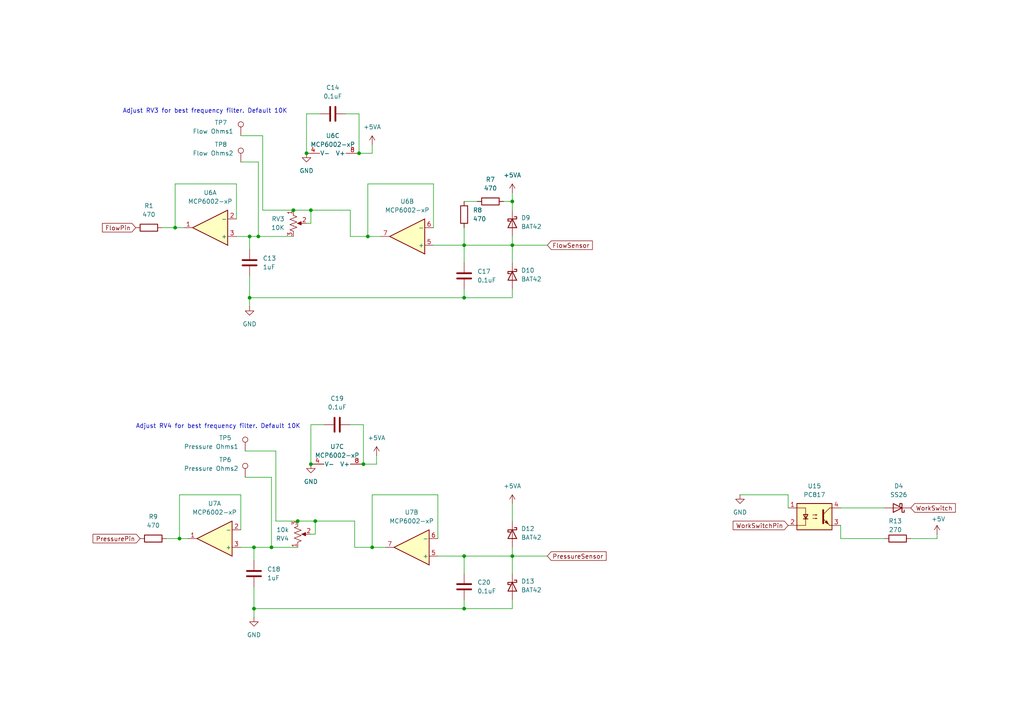
<source format=kicad_sch>
(kicad_sch (version 20231120) (generator "eeschema") (generator_version "8.0")
  (paper "A4")
  (title_block (title "Sensors") (date "2024-10-30"))
  (lib_symbols
    (symbol "Diode:SS26" (pin_numbers hide) (pin_names (offset 1.016) hide)
      (property "Reference" "D" (at 0 2.54 0))
      (property "Value" "SS26" (at 0 -2.54 0))
      (symbol "SS26_0_1"
        (polyline (pts (xy 1.27 0) (xy -1.27 0)))
        (polyline (pts (xy 1.27 1.27) (xy 1.27 -1.27) (xy -1.27 0) (xy 1.27 1.27)) (stroke (width 0.254)))
        (polyline (pts (xy -1.905 0.635) (xy -1.905 1.27) (xy -1.27 1.27) (xy -1.27 -1.27) (xy -0.635 -1.27) (xy -0.635 -0.635)) (stroke (width 0.254)))
      )
      (symbol "SS26_1_1"
        (pin passive line (at -3.81 0 0) (length 2.54) (name "K") (number "1"))
        (pin passive line (at 3.81 0 180) (length 2.54) (name "A") (number "2"))
      )
    )
    (symbol "Isolator:PC817" (pin_names (offset 1.016))
      (property "Reference" "U" (at -5.08 5.08 0))
      (property "Value" "PC817" (at 0 5.08 0))
      (symbol "PC817_0_1"
        (rectangle (start -5.08 3.81) (end 5.08 -3.81) (stroke (width 0.254)) (fill (type background)))
        (polyline (pts (xy -3.175 -0.635) (xy -1.905 -0.635)) (stroke (width 0.254)))
        (polyline (pts (xy 2.54 0.635) (xy 4.445 2.54)))
        (polyline (pts (xy 4.445 -2.54) (xy 2.54 -0.635)) (fill (type outline)))
        (polyline (pts (xy 4.445 -2.54) (xy 5.08 -2.54)))
        (polyline (pts (xy 4.445 2.54) (xy 5.08 2.54)))
        (polyline (pts (xy -5.08 2.54) (xy -2.54 2.54) (xy -2.54 -0.635)))
        (polyline (pts (xy -2.54 -0.635) (xy -2.54 -2.54) (xy -5.08 -2.54)))
        (polyline (pts (xy 2.54 1.905) (xy 2.54 -1.905) (xy 2.54 -1.905)) (stroke (width 0.508)))
        (polyline (pts (xy -2.54 -0.635) (xy -3.175 0.635) (xy -1.905 0.635) (xy -2.54 -0.635)) (stroke (width 0.254)))
        (polyline (pts (xy -0.508 -0.508) (xy 0.762 -0.508) (xy 0.381 -0.635) (xy 0.381 -0.381) (xy 0.762 -0.508)))
        (polyline (pts (xy -0.508 0.508) (xy 0.762 0.508) (xy 0.381 0.381) (xy 0.381 0.635) (xy 0.762 0.508)))
        (polyline (pts (xy 3.048 -1.651) (xy 3.556 -1.143) (xy 4.064 -2.159) (xy 3.048 -1.651) (xy 3.048 -1.651)) (fill (type outline)))
      )
      (symbol "PC817_1_1"
        (pin passive line (at -7.62 2.54 0) (length 2.54) (name "~") (number "1"))
        (pin passive line (at -7.62 -2.54 0) (length 2.54) (name "~") (number "2"))
        (pin passive line (at 7.62 -2.54 180) (length 2.54) (name "~") (number "3"))
        (pin passive line (at 7.62 2.54 180) (length 2.54) (name "~") (number "4"))
      )
    )
    (symbol "RC17Symbols:BAT42" (pin_numbers hide) (pin_names (offset 1.016) hide)
      (property "Reference" "D" (at 0 2.54 0))
      (property "Value" "BAT42" (at 0 -2.54 0))
      (symbol "BAT42_0_1"
        (polyline (pts (xy 1.27 0) (xy -1.27 0)))
        (polyline (pts (xy 1.27 1.27) (xy 1.27 -1.27) (xy -1.27 0) (xy 1.27 1.27)) (stroke (width 0.254)))
        (polyline (pts (xy -1.905 0.635) (xy -1.905 1.27) (xy -1.27 1.27) (xy -1.27 -1.27) (xy -0.635 -1.27) (xy -0.635 -0.635)) (stroke (width 0.254)))
      )
      (symbol "BAT42_1_1"
        (pin passive line (at -3.81 0 0) (length 2.54) (name "K") (number "1"))
        (pin passive line (at 3.81 0 180) (length 2.54) (name "A") (number "2"))
      )
    )
    (symbol "RC17Symbols:C" (pin_numbers hide) (pin_names (offset 0.254))
      (property "Reference" "C" (at 0.635 2.54 0))
      (property "Value" "C" (at 0.635 -2.54 0))
      (symbol "C_0_1"
        (polyline (pts (xy -2.032 -0.762) (xy 2.032 -0.762)) (stroke (width 0.508)))
        (polyline (pts (xy -2.032 0.762) (xy 2.032 0.762)) (stroke (width 0.508)))
      )
      (symbol "C_1_1"
        (pin passive line (at 0 3.81 270) (length 2.794) (name "~") (number "1"))
        (pin passive line (at 0 -3.81 90) (length 2.794) (name "~") (number "2"))
      )
    )
    (symbol "RC17Symbols:MCP6002-xP" (pin_names (offset 0.127))
      (property "Reference" "U" (at 0 5.08 0))
      (property "Value" "MCP6002-xP" (at 0 -5.08 0))
      (symbol "MCP6002-xP_1_1"
        (polyline (pts (xy -5.08 5.08) (xy 5.08 0) (xy -5.08 -5.08) (xy -5.08 5.08)) (stroke (width 0.254)) (fill (type background)))
        (pin output line (at 7.62 0 180) (length 2.54) (name "~") (number "1"))
        (pin input line (at -7.62 -2.54 0) (length 2.54) (name "-") (number "2"))
        (pin input line (at -7.62 2.54 0) (length 2.54) (name "+") (number "3"))
      )
      (symbol "MCP6002-xP_2_1"
        (polyline (pts (xy -5.08 5.08) (xy 5.08 0) (xy -5.08 -5.08) (xy -5.08 5.08)) (stroke (width 0.254)) (fill (type background)))
        (pin input line (at -7.62 2.54 0) (length 2.54) (name "+") (number "5"))
        (pin input line (at -7.62 -2.54 0) (length 2.54) (name "-") (number "6"))
        (pin output line (at 7.62 0 180) (length 2.54) (name "~") (number "7"))
      )
      (symbol "MCP6002-xP_3_1"
        (pin power_in line (at -2.54 -7.62 90) (length 3.81) (name "V-") (number "4"))
        (pin power_in line (at -2.54 7.62 270) (length 3.81) (name "V+") (number "8"))
      )
    )
    (symbol "RC17Symbols:R" (pin_numbers hide) (pin_names (offset 0))
      (property "Reference" "R" (at 2.032 0 90))
      (property "Value" "R" (at 0 0 90))
      (symbol "R_0_1"
        (rectangle (start -1.016 -2.54) (end 1.016 2.54) (stroke (width 0.254)))
      )
      (symbol "R_1_1"
        (pin passive line (at 0 3.81 270) (length 1.27) (name "~") (number "1"))
        (pin passive line (at 0 -3.81 90) (length 1.27) (name "~") (number "2"))
      )
    )
    (symbol "RC17Symbols:R_Potentiometer_US" (pin_names (offset 1.016) hide)
      (property "Reference" "RV" (at -4.445 0 90))
      (property "Value" "R_Potentiometer_US" (at -2.54 0 90))
      (symbol "R_Potentiometer_US_0_1"
        (polyline (pts (xy 0 -2.286) (xy 0 -2.54)))
        (polyline (pts (xy 0 2.54) (xy 0 2.286)))
        (polyline (pts (xy 2.54 0) (xy 1.524 0)))
        (polyline (pts (xy 1.143 0) (xy 2.286 0.508) (xy 2.286 -0.508) (xy 1.143 0)) (fill (type outline)))
        (polyline (pts (xy 0 -0.762) (xy 1.016 -1.143) (xy 0 -1.524) (xy -1.016 -1.905) (xy 0 -2.286)))
        (polyline (pts (xy 0 0.762) (xy 1.016 0.381) (xy 0 0) (xy -1.016 -0.381) (xy 0 -0.762)))
        (polyline (pts (xy 0 2.286) (xy 1.016 1.905) (xy 0 1.524) (xy -1.016 1.143) (xy 0 0.762)))
      )
      (symbol "R_Potentiometer_US_1_1"
        (pin passive line (at 0 3.81 270) (length 1.27) (name "1") (number "1"))
        (pin passive line (at 3.81 0 180) (length 1.27) (name "2") (number "2"))
        (pin passive line (at 0 -3.81 90) (length 1.27) (name "3") (number "3"))
      )
    )
    (symbol "RC17Symbols:TestPoint" (pin_numbers hide) (pin_names (offset 0.762) hide)
      (property "Reference" "TP" (at 0 6.858 0))
      (property "Value" "TestPoint" (at 0 5.08 0))
      (symbol "TestPoint_0_1"
        (circle (center 0 3.302) (radius 0.762))
      )
      (symbol "TestPoint_1_1"
        (pin passive line (at 0 0 90) (length 2.54) (name "1") (number "1"))
      )
    )
    (symbol "power:+5V" (power) (pin_numbers hide) (pin_names (offset 0) hide)
      (property "Value" "+5V" (at 0 3.556 0))
      (symbol "+5V_0_1"
        (polyline (pts (xy -0.762 1.27) (xy 0 2.54)))
        (polyline (pts (xy 0 0) (xy 0 2.54)))
        (polyline (pts (xy 0 2.54) (xy 0.762 1.27)))
      )
      (symbol "+5V_1_1"
        (pin power_in line (at 0 0 90) (length 0) (name "~") (number "1"))
      )
    )
    (symbol "power:+5VA" (power) (pin_numbers hide) (pin_names (offset 0) hide)
      (property "Value" "+5VA" (at 0 3.556 0))
      (symbol "+5VA_0_1"
        (polyline (pts (xy -0.762 1.27) (xy 0 2.54)))
        (polyline (pts (xy 0 0) (xy 0 2.54)))
        (polyline (pts (xy 0 2.54) (xy 0.762 1.27)))
      )
      (symbol "+5VA_1_1"
        (pin power_in line (at 0 0 90) (length 0) (name "~") (number "1"))
      )
    )
    (symbol "power:GND" (power) (pin_numbers hide) (pin_names (offset 0) hide)
      (property "Value" "GND" (at 0 -3.81 0))
      (symbol "GND_0_1"
        (polyline (pts (xy 0 0) (xy 0 -1.27) (xy 1.27 -1.27) (xy 0 -2.54) (xy -1.27 -1.27) (xy 0 -1.27)))
      )
      (symbol "GND_1_1"
        (pin power_in line (at 0 0 270) (length 0) (name "~") (number "1"))
      )
    )
  )
  (junction (at 106.68 68.58))
  (junction (at 148.59 161.29))
  (junction (at 73.66 158.75))
  (junction (at 134.62 161.29))
  (junction (at 107.95 158.75))
  (junction (at 134.62 86.36))
  (junction (at 148.59 58.42))
  (junction (at 72.39 86.36))
  (junction (at 74.93 68.58))
  (junction (at 91.44 151.13))
  (junction (at 134.62 176.53))
  (junction (at 90.17 60.96))
  (junction (at 50.8 66.04))
  (junction (at 105.41 134.62))
  (junction (at 52.07 156.21))
  (junction (at 78.74 158.75))
  (junction (at 85.09 60.96))
  (junction (at 90.17 134.62))
  (junction (at 86.36 151.13))
  (junction (at 134.62 71.12))
  (junction (at 104.14 44.45))
  (junction (at 88.9 44.45))
  (junction (at 72.39 68.58))
  (junction (at 73.66 176.53))
  (junction (at 148.59 71.12))
  (wire (pts (xy 264.16 156.21) (xy 271.78 156.21)))
  (wire (pts (xy 88.9 33.02) (xy 92.71 33.02)))
  (wire (pts (xy 102.87 158.75) (xy 107.95 158.75)))
  (wire (pts (xy 127 161.29) (xy 134.62 161.29)))
  (wire (pts (xy 72.39 86.36) (xy 134.62 86.36)))
  (wire (pts (xy 125.73 53.34) (xy 106.68 53.34)))
  (wire (pts (xy 107.95 143.51) (xy 107.95 158.75)))
  (wire (pts (xy 127 143.51) (xy 107.95 143.51)))
  (wire (pts (xy 73.66 176.53) (xy 73.66 179.07)))
  (wire (pts (xy 90.17 60.96) (xy 85.09 60.96)))
  (wire (pts (xy 73.66 176.53) (xy 134.62 176.53)))
  (wire (pts (xy 271.78 154.94) (xy 271.78 156.21)))
  (wire (pts (xy 134.62 173.99) (xy 134.62 176.53)))
  (wire (pts (xy 243.84 147.32) (xy 256.54 147.32)))
  (wire (pts (xy 148.59 86.36) (xy 134.62 86.36)))
  (wire (pts (xy 76.2 60.96) (xy 85.09 60.96)))
  (wire (pts (xy 88.9 64.77) (xy 90.17 64.77)))
  (wire (pts (xy 91.44 151.13) (xy 86.36 151.13)))
  (wire (pts (xy 109.22 132.08) (xy 109.22 134.62)))
  (wire (pts (xy 102.87 158.75) (xy 102.87 151.13)))
  (wire (pts (xy 148.59 71.12) (xy 158.75 71.12)))
  (wire (pts (xy 125.73 71.12) (xy 134.62 71.12)))
  (wire (pts (xy 105.41 123.19) (xy 101.6 123.19)))
  (wire (pts (xy 134.62 66.04) (xy 134.62 71.12)))
  (wire (pts (xy 148.59 55.88) (xy 148.59 58.42)))
  (wire (pts (xy 90.17 64.77) (xy 90.17 60.96)))
  (wire (pts (xy 76.2 39.37) (xy 76.2 60.96)))
  (wire (pts (xy 125.73 66.04) (xy 125.73 53.34)))
  (wire (pts (xy 101.6 60.96) (xy 90.17 60.96)))
  (wire (pts (xy 71.12 130.81) (xy 80.01 130.81)))
  (wire (pts (xy 52.07 143.51) (xy 52.07 156.21)))
  (wire (pts (xy 134.62 161.29) (xy 148.59 161.29)))
  (wire (pts (xy 74.93 68.58) (xy 85.09 68.58)))
  (wire (pts (xy 72.39 68.58) (xy 72.39 72.39)))
  (wire (pts (xy 90.17 154.94) (xy 91.44 154.94)))
  (wire (pts (xy 69.85 158.75) (xy 73.66 158.75)))
  (wire (pts (xy 148.59 71.12) (xy 148.59 76.2)))
  (wire (pts (xy 134.62 161.29) (xy 134.62 166.37)))
  (wire (pts (xy 71.12 138.43) (xy 78.74 138.43)))
  (wire (pts (xy 91.44 154.94) (xy 91.44 151.13)))
  (wire (pts (xy 46.99 66.04) (xy 50.8 66.04)))
  (wire (pts (xy 68.58 68.58) (xy 72.39 68.58)))
  (wire (pts (xy 127 156.21) (xy 127 143.51)))
  (wire (pts (xy 228.6 143.51) (xy 228.6 147.32)))
  (wire (pts (xy 106.68 53.34) (xy 106.68 68.58)))
  (wire (pts (xy 146.05 58.42) (xy 148.59 58.42)))
  (wire (pts (xy 102.87 151.13) (xy 91.44 151.13)))
  (wire (pts (xy 73.66 170.18) (xy 73.66 176.53)))
  (wire (pts (xy 148.59 161.29) (xy 148.59 166.37)))
  (wire (pts (xy 134.62 58.42) (xy 138.43 58.42)))
  (wire (pts (xy 101.6 68.58) (xy 106.68 68.58)))
  (wire (pts (xy 72.39 80.01) (xy 72.39 86.36)))
  (wire (pts (xy 109.22 134.62) (xy 105.41 134.62)))
  (wire (pts (xy 68.58 53.34) (xy 50.8 53.34)))
  (wire (pts (xy 69.85 39.37) (xy 76.2 39.37)))
  (wire (pts (xy 69.85 143.51) (xy 52.07 143.51)))
  (wire (pts (xy 148.59 83.82) (xy 148.59 86.36)))
  (wire (pts (xy 73.66 158.75) (xy 73.66 162.56)))
  (wire (pts (xy 243.84 156.21) (xy 243.84 152.4)))
  (wire (pts (xy 101.6 68.58) (xy 101.6 60.96)))
  (wire (pts (xy 90.17 123.19) (xy 93.98 123.19)))
  (wire (pts (xy 214.63 143.51) (xy 228.6 143.51)))
  (wire (pts (xy 72.39 68.58) (xy 74.93 68.58)))
  (wire (pts (xy 72.39 86.36) (xy 72.39 88.9)))
  (wire (pts (xy 148.59 68.58) (xy 148.59 71.12)))
  (wire (pts (xy 148.59 176.53) (xy 134.62 176.53)))
  (wire (pts (xy 148.59 158.75) (xy 148.59 161.29)))
  (wire (pts (xy 134.62 71.12) (xy 148.59 71.12)))
  (wire (pts (xy 78.74 158.75) (xy 86.36 158.75)))
  (wire (pts (xy 52.07 156.21) (xy 54.61 156.21)))
  (wire (pts (xy 148.59 173.99) (xy 148.59 176.53)))
  (wire (pts (xy 78.74 138.43) (xy 78.74 158.75)))
  (wire (pts (xy 104.14 44.45) (xy 104.14 33.02)))
  (wire (pts (xy 80.01 130.81) (xy 80.01 151.13)))
  (wire (pts (xy 134.62 83.82) (xy 134.62 86.36)))
  (wire (pts (xy 48.26 156.21) (xy 52.07 156.21)))
  (wire (pts (xy 106.68 68.58) (xy 110.49 68.58)))
  (wire (pts (xy 105.41 134.62) (xy 105.41 123.19)))
  (wire (pts (xy 50.8 53.34) (xy 50.8 66.04)))
  (wire (pts (xy 73.66 158.75) (xy 78.74 158.75)))
  (wire (pts (xy 148.59 58.42) (xy 148.59 60.96)))
  (wire (pts (xy 148.59 161.29) (xy 158.75 161.29)))
  (wire (pts (xy 134.62 71.12) (xy 134.62 76.2)))
  (wire (pts (xy 69.85 46.99) (xy 74.93 46.99)))
  (wire (pts (xy 107.95 41.91) (xy 107.95 44.45)))
  (wire (pts (xy 90.17 134.62) (xy 90.17 123.19)))
  (wire (pts (xy 50.8 66.04) (xy 53.34 66.04)))
  (wire (pts (xy 68.58 63.5) (xy 68.58 53.34)))
  (wire (pts (xy 148.59 146.05) (xy 148.59 151.13)))
  (wire (pts (xy 107.95 158.75) (xy 111.76 158.75)))
  (wire (pts (xy 256.54 156.21) (xy 243.84 156.21)))
  (wire (pts (xy 88.9 44.45) (xy 88.9 33.02)))
  (wire (pts (xy 104.14 33.02) (xy 100.33 33.02)))
  (wire (pts (xy 69.85 153.67) (xy 69.85 143.51)))
  (wire (pts (xy 74.93 46.99) (xy 74.93 68.58)))
  (wire (pts (xy 107.95 44.45) (xy 104.14 44.45)))
  (wire (pts (xy 80.01 151.13) (xy 86.36 151.13)))
  (text "Adjust RV3 for best frequency filter. Default 10K" (at 35.56 33.02 0) (effects (font (size 1.27 1.27)) (justify left bottom)))
  (text "Adjust RV4 for best frequency filter. Default 10K" (at 39.37 124.46 0) (effects (font (size 1.27 1.27)) (justify left bottom)))
  (global_label "PressureSensor" (shape input) (at 158.75 161.29 0) (property "Intersheetrefs" "${INTERSHEET_REFS}" (effects (hide yes))))
  (global_label "PressurePin" (shape input) (at 40.64 156.21 180) (property "Intersheetrefs" "${INTERSHEET_REFS}" (effects (hide yes))))
  (global_label "WorkSwitch" (shape input) (at 264.16 147.32 0) (property "Intersheetrefs" "${INTERSHEET_REFS}" (effects (hide yes))))
  (global_label "WorkSwitchPin" (shape input) (at 228.6 152.4 180) (property "Intersheetrefs" "${INTERSHEET_REFS}" (effects (hide yes))))
  (global_label "FlowPin" (shape input) (at 39.37 66.04 180) (property "Intersheetrefs" "${INTERSHEET_REFS}" (effects (hide yes))))
  (global_label "FlowSensor" (shape input) (at 158.75 71.12 0) (property "Intersheetrefs" "${INTERSHEET_REFS}" (effects (hide yes))))
  (symbol (lib_id "power:+5VA") (at 148.59 55.88 0) (unit 1)
    (property "Reference" "#PWR08" (effects (hide yes)))
    (property "Value" "+5VA" (at 148.59 50.8 0))
    (property "Description" "Power symbol creates a global label with name \"+5VA\"" (effects (hide yes)))
  )
  (symbol (lib_id "RC17Symbols:MCP6002-xP") (at 119.38 158.75 180) (unit 2)
    (property "Reference" "U7" (at 119.38 148.59 0))
    (property "Value" "MCP6002-xP" (at 119.38 151.13 0))
    (property "Footprint" "RC17Footprints:SOIC127P600X175-8N" (effects (hide yes)))
    (property "Datasheet" "http://ww1.microchip.com/downloads/en/DeviceDoc/21733j.pdf" (effects (hide yes)))
  )
  (symbol (lib_id "RC17Symbols:TestPoint") (at 71.12 138.43 0) (unit 1)
    (property "Reference" "TP6" (at 63.5 133.35 0) (effects (justify left)))
    (property "Value" "Pressure Ohms2" (at 53.34 135.89 0) (effects (justify left)))
    (property "Footprint" "TestPoint:TestPoint_THTPad_D2.5mm_Drill1.2mm" (effects (hide yes)))
  )
  (symbol (lib_id "RC17Symbols:R") (at 142.24 58.42 90) (unit 1)
    (property "Reference" "R7" (at 142.24 52.07 90))
    (property "Value" "470" (at 142.24 54.61 90))
    (property "Footprint" "Capacitor_SMD:C_0603_1608Metric" (effects (hide yes)))
  )
  (symbol (lib_id "RC17Symbols:R") (at 43.18 66.04 90) (unit 1)
    (property "Reference" "R1" (at 43.18 59.69 90))
    (property "Value" "470" (at 43.18 62.23 90))
    (property "Footprint" "Capacitor_SMD:C_0603_1608Metric" (effects (hide yes)))
  )
  (symbol (lib_id "RC17Symbols:BAT42") (at 148.59 170.18 270) (unit 1)
    (property "Reference" "D13" (at 151.13 168.5925 90) (effects (justify left)))
    (property "Value" "BAT42" (at 151.13 171.1325 90) (effects (justify left)))
    (property "Footprint" "RC17Footprints:SOD-323" (effects (hide yes)))
    (property "Datasheet" "http://www.vishay.com/docs/85660/bat42.pdf" (effects (hide yes)))
  )
  (symbol (lib_id "RC17Symbols:MCP6002-xP") (at 96.52 46.99 270) (unit 3)
    (property "Reference" "U6" (at 96.52 39.37 90))
    (property "Value" "MCP6002-xP" (at 96.52 41.91 90))
    (property "Footprint" "RC17Footprints:SOIC127P600X175-8N" (effects (hide yes)))
    (property "Datasheet" "http://ww1.microchip.com/downloads/en/DeviceDoc/21733j.pdf" (effects (hide yes)))
  )
  (symbol (lib_id "RC17Symbols:C") (at 97.79 123.19 90) (unit 1)
    (property "Reference" "C19" (at 97.79 115.57 90))
    (property "Value" "0.1uF" (at 97.79 118.11 90))
    (property "Footprint" "Capacitor_SMD:C_0603_1608Metric" (effects (hide yes)))
  )
  (symbol (lib_id "RC17Symbols:R") (at 134.62 62.23 180) (unit 1)
    (property "Reference" "R8" (at 137.16 60.9599 0) (effects (justify right)))
    (property "Value" "470" (at 137.16 63.4999 0) (effects (justify right)))
    (property "Footprint" "Capacitor_SMD:C_0603_1608Metric" (effects (hide yes)))
  )
  (symbol (lib_id "RC17Symbols:TestPoint") (at 71.12 130.81 0) (unit 1)
    (property "Reference" "TP5" (at 63.5 127 0) (effects (justify left)))
    (property "Value" "Pressure Ohms1" (at 53.34 129.54 0) (effects (justify left)))
    (property "Footprint" "TestPoint:TestPoint_THTPad_D2.5mm_Drill1.2mm" (effects (hide yes)))
  )
  (symbol (lib_id "RC17Symbols:MCP6002-xP") (at 97.79 137.16 270) (unit 3)
    (property "Reference" "U7" (at 97.79 129.54 90))
    (property "Value" "MCP6002-xP" (at 97.79 132.08 90))
    (property "Footprint" "RC17Footprints:SOIC127P600X175-8N" (effects (hide yes)))
    (property "Datasheet" "http://ww1.microchip.com/downloads/en/DeviceDoc/21733j.pdf" (effects (hide yes)))
  )
  (symbol (lib_id "power:+5V") (at 271.78 154.94 0) (unit 1)
    (property "Reference" "#PWR021" (effects (hide yes)))
    (property "Value" "+5V" (at 272.161 150.5458 0))
    (property "Description" "Power symbol creates a global label with name \"+5V\"" (effects (hide yes)))
  )
  (symbol (lib_id "power:GND") (at 214.63 143.51 0) (unit 1)
    (property "Reference" "#PWR046" (effects (hide yes)))
    (property "Value" "GND" (at 214.63 148.59 0))
    (property "Description" "Power symbol creates a global label with name \"GND\" , ground" (effects (hide yes)))
  )
  (symbol (lib_id "RC17Symbols:TestPoint") (at 69.85 39.37 0) (unit 1)
    (property "Reference" "TP7" (at 62.23 35.56 0) (effects (justify left)))
    (property "Value" "Flow Ohms1" (at 55.88 38.1 0) (effects (justify left)))
    (property "Footprint" "TestPoint:TestPoint_THTPad_D2.5mm_Drill1.2mm" (effects (hide yes)))
  )
  (symbol (lib_id "RC17Symbols:BAT42") (at 148.59 80.01 270) (unit 1)
    (property "Reference" "D10" (at 151.13 78.4225 90) (effects (justify left)))
    (property "Value" "BAT42" (at 151.13 80.9625 90) (effects (justify left)))
    (property "Footprint" "RC17Footprints:SOD-323" (effects (hide yes)))
    (property "Datasheet" "http://www.vishay.com/docs/85660/bat42.pdf" (effects (hide yes)))
  )
  (symbol (lib_id "RC17Symbols:R") (at 260.35 156.21 270) (unit 1)
    (property "Reference" "R13" (at 261.62 151.13 90) (effects (justify right)))
    (property "Value" "270" (at 261.62 153.67 90) (effects (justify right)))
    (property "Footprint" "Resistor_SMD:R_0603_1608Metric" (effects (hide yes)))
  )
  (symbol (lib_id "RC17Symbols:C") (at 72.39 76.2 0) (unit 1)
    (property "Reference" "C13" (at 76.2 74.93 0) (effects (justify left)))
    (property "Value" "1uF" (at 76.2 77.47 0) (effects (justify left)))
    (property "Footprint" "Capacitor_SMD:C_0805_2012Metric" (effects (hide yes)))
  )
  (symbol (lib_id "RC17Symbols:C") (at 96.52 33.02 90) (unit 1)
    (property "Reference" "C14" (at 96.52 25.4 90))
    (property "Value" "0.1uF" (at 96.52 27.94 90))
    (property "Footprint" "Capacitor_SMD:C_0603_1608Metric" (effects (hide yes)))
  )
  (symbol (lib_id "RC17Symbols:R") (at 44.45 156.21 90) (unit 1)
    (property "Reference" "R9" (at 44.45 149.86 90))
    (property "Value" "470" (at 44.45 152.4 90))
    (property "Footprint" "Capacitor_SMD:C_0603_1608Metric" (effects (hide yes)))
  )
  (symbol (lib_id "RC17Symbols:R_Potentiometer_US") (at 85.09 64.77 0) (unit 1)
    (property "Reference" "RV3" (at 82.55 63.5 0) (effects (justify right)))
    (property "Value" "10K" (at 82.55 66.04 0) (effects (justify right)))
    (property "Footprint" "RC17Footprints:Potentiometer" (effects (hide yes)))
  )
  (symbol (lib_id "RC17Symbols:C") (at 73.66 166.37 0) (unit 1)
    (property "Reference" "C18" (at 77.47 165.1 0) (effects (justify left)))
    (property "Value" "1uF" (at 77.47 167.64 0) (effects (justify left)))
    (property "Footprint" "Capacitor_SMD:C_0805_2012Metric" (effects (hide yes)))
  )
  (symbol (lib_id "RC17Symbols:R_Potentiometer_US") (at 86.36 154.94 0) (mirror x) (unit 1)
    (property "Reference" "RV4" (at 83.82 156.21 0) (effects (justify right)))
    (property "Value" "10k" (at 83.82 153.67 0) (effects (justify right)))
    (property "Footprint" "RC17Footprints:Potentiometer" (effects (hide yes)))
  )
  (symbol (lib_id "RC17Symbols:MCP6002-xP") (at 118.11 68.58 180) (unit 2)
    (property "Reference" "U6" (at 118.11 58.42 0))
    (property "Value" "MCP6002-xP" (at 118.11 60.96 0))
    (property "Footprint" "RC17Footprints:SOIC127P600X175-8N" (effects (hide yes)))
    (property "Datasheet" "http://ww1.microchip.com/downloads/en/DeviceDoc/21733j.pdf" (effects (hide yes)))
  )
  (symbol (lib_id "RC17Symbols:TestPoint") (at 69.85 46.99 0) (unit 1)
    (property "Reference" "TP8" (at 62.23 41.91 0) (effects (justify left)))
    (property "Value" "Flow Ohms2" (at 55.88 44.45 0) (effects (justify left)))
    (property "Footprint" "TestPoint:TestPoint_THTPad_D2.5mm_Drill1.2mm" (effects (hide yes)))
  )
  (symbol (lib_id "RC17Symbols:MCP6002-xP") (at 60.96 66.04 180) (unit 1)
    (property "Reference" "U6" (at 60.96 55.88 0))
    (property "Value" "MCP6002-xP" (at 60.96 58.42 0))
    (property "Footprint" "RC17Footprints:SOIC127P600X175-8N" (effects (hide yes)))
    (property "Datasheet" "http://ww1.microchip.com/downloads/en/DeviceDoc/21733j.pdf" (effects (hide yes)))
  )
  (symbol (lib_id "power:GND") (at 90.17 134.62 0) (unit 1)
    (property "Reference" "#PWR047" (effects (hide yes)))
    (property "Value" "GND" (at 90.17 139.7 0))
    (property "Description" "Power symbol creates a global label with name \"GND\" , ground" (effects (hide yes)))
  )
  (symbol (lib_id "power:GND") (at 88.9 44.45 0) (unit 1)
    (property "Reference" "#PWR01" (effects (hide yes)))
    (property "Value" "GND" (at 88.9 49.53 0))
    (property "Description" "Power symbol creates a global label with name \"GND\" , ground" (effects (hide yes)))
  )
  (symbol (lib_id "RC17Symbols:C") (at 134.62 170.18 0) (unit 1)
    (property "Reference" "C20" (at 138.43 168.91 0) (effects (justify left)))
    (property "Value" "0.1uF" (at 138.43 171.45 0) (effects (justify left)))
    (property "Footprint" "Capacitor_SMD:C_0603_1608Metric" (effects (hide yes)))
  )
  (symbol (lib_id "power:GND") (at 73.66 179.07 0) (unit 1)
    (property "Reference" "#PWR048" (effects (hide yes)))
    (property "Value" "GND" (at 73.66 184.15 0))
    (property "Description" "Power symbol creates a global label with name \"GND\" , ground" (effects (hide yes)))
  )
  (symbol (lib_id "power:GND") (at 72.39 88.9 0) (unit 1)
    (property "Reference" "#PWR06" (effects (hide yes)))
    (property "Value" "GND" (at 72.39 93.98 0))
    (property "Description" "Power symbol creates a global label with name \"GND\" , ground" (effects (hide yes)))
  )
  (symbol (lib_id "RC17Symbols:BAT42") (at 148.59 64.77 270) (unit 1)
    (property "Reference" "D9" (at 151.13 63.1825 90) (effects (justify left)))
    (property "Value" "BAT42" (at 151.13 65.7225 90) (effects (justify left)))
    (property "Footprint" "RC17Footprints:SOD-323" (effects (hide yes)))
    (property "Datasheet" "http://www.vishay.com/docs/85660/bat42.pdf" (effects (hide yes)))
  )
  (symbol (lib_id "RC17Symbols:MCP6002-xP") (at 62.23 156.21 180) (unit 1)
    (property "Reference" "U7" (at 62.23 146.05 0))
    (property "Value" "MCP6002-xP" (at 62.23 148.59 0))
    (property "Footprint" "RC17Footprints:SOIC127P600X175-8N" (effects (hide yes)))
    (property "Datasheet" "http://ww1.microchip.com/downloads/en/DeviceDoc/21733j.pdf" (effects (hide yes)))
  )
  (symbol (lib_id "RC17Symbols:BAT42") (at 148.59 154.94 270) (unit 1)
    (property "Reference" "D12" (at 151.13 153.3525 90) (effects (justify left)))
    (property "Value" "BAT42" (at 151.13 155.8925 90) (effects (justify left)))
    (property "Footprint" "RC17Footprints:SOD-323" (effects (hide yes)))
    (property "Datasheet" "http://www.vishay.com/docs/85660/bat42.pdf" (effects (hide yes)))
  )
  (symbol (lib_id "Isolator:PC817") (at 236.22 149.86 0) (unit 1)
    (property "Reference" "U15" (at 236.22 140.97 0))
    (property "Value" "PC817" (at 236.22 143.51 0))
    (property "Footprint" "Package_DIP:DIP-4_W7.62mm" (effects (hide yes)))
    (property "Datasheet" "http://www.soselectronic.cz/a_info/resource/d/pc817.pdf" (effects (hide yes)))
    (property "Description" "DC Optocoupler, Vce 35V, CTR 50-300%, DIP-4" (effects (hide yes)))
  )
  (symbol (lib_id "RC17Symbols:C") (at 134.62 80.01 0) (unit 1)
    (property "Reference" "C17" (at 138.43 78.74 0) (effects (justify left)))
    (property "Value" "0.1uF" (at 138.43 81.28 0) (effects (justify left)))
    (property "Footprint" "Capacitor_SMD:C_0603_1608Metric" (effects (hide yes)))
  )
  (symbol (lib_id "power:+5VA") (at 109.22 132.08 0) (unit 1)
    (property "Reference" "#PWR09" (effects (hide yes)))
    (property "Value" "+5VA" (at 109.22 127 0))
    (property "Description" "Power symbol creates a global label with name \"+5VA\"" (effects (hide yes)))
  )
  (symbol (lib_id "power:+5VA") (at 107.95 41.91 0) (unit 1)
    (property "Reference" "#PWR07" (effects (hide yes)))
    (property "Value" "+5VA" (at 107.95 36.83 0))
    (property "Description" "Power symbol creates a global label with name \"+5VA\"" (effects (hide yes)))
  )
  (symbol (lib_id "power:+5VA") (at 148.59 146.05 0) (unit 1)
    (property "Reference" "#PWR010" (effects (hide yes)))
    (property "Value" "+5VA" (at 148.59 140.97 0))
    (property "Description" "Power symbol creates a global label with name \"+5VA\"" (effects (hide yes)))
  )
  (symbol (lib_id "Diode:SS26") (at 260.35 147.32 180) (unit 1)
    (property "Reference" "D4" (at 260.6675 140.97 0))
    (property "Value" "SS26" (at 260.6675 143.51 0))
    (property "Footprint" "Diode_SMD:D_SMA" (effects (hide yes)))
    (property "Datasheet" "https://www.vishay.com/docs/88748/ss22.pdf" (effects (hide yes)))
    (property "Description" "60V 2A Schottky Diode, SMA" (effects (hide yes)))
  )
)
</source>
